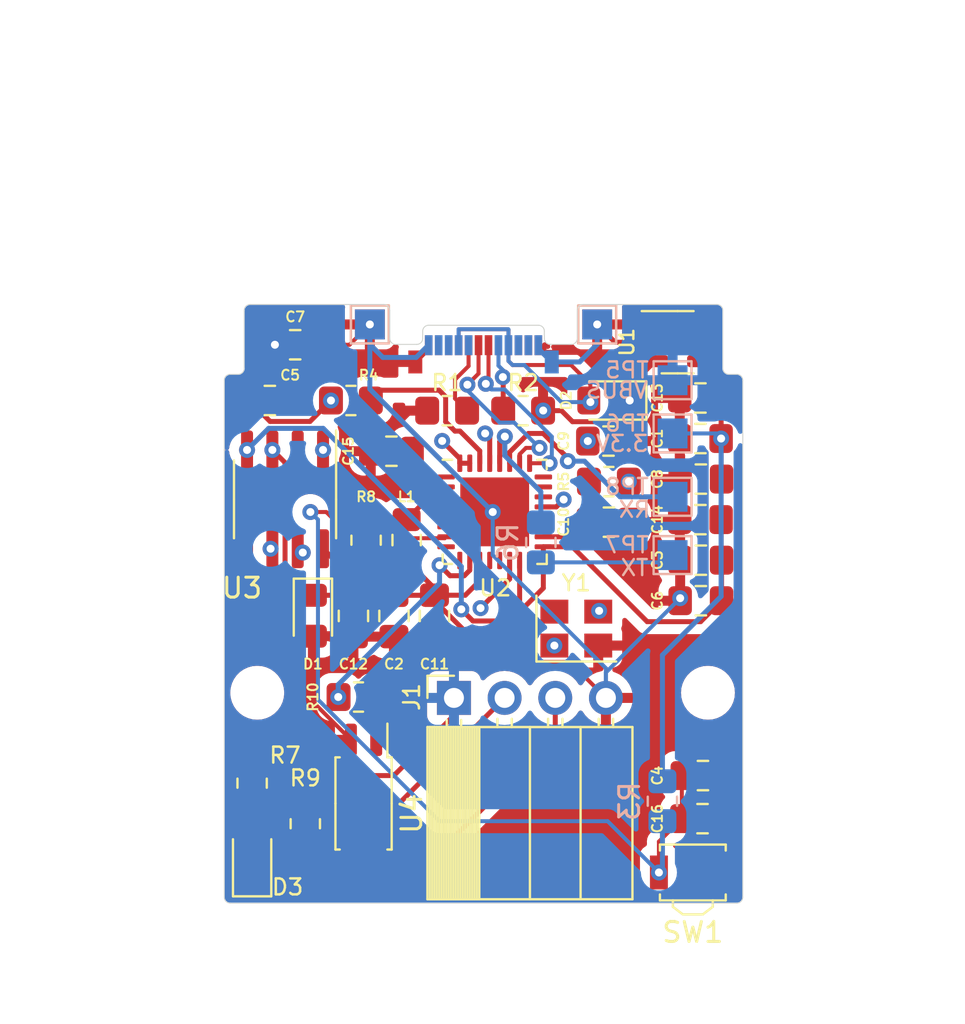
<source format=kicad_pcb>
(kicad_pcb (version 20221018) (generator pcbnew)
  (title_block (title "CAN-Expansioncard") (rev "X1") (company "Johannes Höllwerth") (comment 4 "https://github.com/Baumistlustig/Expansioncards/tree/master/CAN"))
  (layers (0 "F.Cu" signal) (1 "In1.Cu" signal) (2 "In2.Cu" signal) (31 "B.Cu" signal) (34 "B.Paste" user) (35 "F.Paste" user) (36 "B.SilkS" user "B.Silkscreen") (37 "F.SilkS" user "F.Silkscreen") (38 "B.Mask" user) (39 "F.Mask" user) (44 "Edge.Cuts" user))
  (net 0 "")
  (net 1 "GND")
  (net 2 "VBUS")
  (net 3 "Net-(P1-CC)")
  (net 4 "/D+")
  (net 5 "/D-")
  (net 6 "Net-(P1-VCONN)")
  (net 7 "/TERM")
  (net 8 "/RXD")
  (net 9 "/TXD")
  (net 10 "/CAN_TX")
  (net 11 "/CAN_RX")
  (net 12 "CAN_L")
  (net 13 "CAN_H")
  (net 14 "+3.3V")
  (net 15 "/EN")
  (net 16 "/VDD_SPI")
  (net 17 "Net-(U3-Rs)")
  (net 18 "Net-(C5-Pad1)")
  (net 20 "Net-(D2-A)")
  (net 21 "Net-(U2-XTAL_N)")
  (net 22 "Net-(C15-Pad2)")
  (net 23 "Net-(D3-A)")
  (net 24 "Net-(U2-XTAL_P)")
  (net 25 "Net-(U2-SPICS0{slash}GPIO14)")
  (net 26 "Net-(U2-U0TXD{slash}GPIO21)")
  (net 27 "Net-(R9-Pad2)")
  (net 28 "Net-(R10-Pad2)")
  (footprint "Expansion_Card:USB_C_Plug_Molex_105444" (layer "F.Cu") (at 75.23 88.374)
    (fp_text reference "P1" hide)
    (fp_text value "USB_C_Plug_USB2.0")
    (fp_line (start -3.35 0) (end -4.3 0) (stroke (width 0.05)) (layer "Edge.Cuts"))
    (fp_line (start -3.05 -0.66) (end -3.05 -0.3) (stroke (width 0.05)) (layer "Edge.Cuts"))
    (fp_line (start -2.75 -0.96) (end 2.75 -0.96) (stroke (width 0.05)) (layer "Edge.Cuts"))
    (fp_line (start 3.05 -0.66) (end 3.05 -0.3) (stroke (width 0.05)) (layer "Edge.Cuts"))
    (fp_line (start 3.35 0) (end 4.3 0) (stroke (width 0.05)) (layer "Edge.Cuts"))
    (fp_arc (start -3.05 -0.66) (mid -2.962132 -0.872132) (end -2.75 -0.96) (stroke (width 0.05)) (layer "Edge.Cuts"))
    (fp_arc (start -3.05 -0.3) (mid -3.137868 -0.087868) (end -3.35 0) (stroke (width 0.05)) (layer "Edge.Cuts"))
    (fp_arc (start 2.75 -0.96) (mid 2.962132 -0.872132) (end 3.05 -0.66) (stroke (width 0.05)) (layer "Edge.Cuts"))
    (fp_arc (start 3.35 0) (mid 3.137868 -0.087868) (end 3.05 -0.3) (stroke (width 0.05)) (layer "Edge.Cuts"))
  )
  (footprint "TestPoint:TestPoint_Pad_1.5x1.5mm" (layer "F.Cu") (at 69.53 87.374)
    (fp_text reference "TP1" hide)
    (fp_text value "TestPoint")
  )
  (footprint "TestPoint:TestPoint_Pad_1.5x1.5mm" (layer "F.Cu") (at 80.93 87.374)
    (fp_text reference "TP2" hide)
    (fp_text value "TestPoint")
  )
  (footprint "Resistor_SMD:R_0805_2012Metric_Pad1.20x1.40mm_HandSolder" (layer "F.Cu") (at 81.518 95.25)
    (fp_text reference "R5")
    (fp_text value "10k")
  )
  (footprint "Capacitor_SMD:C_0805_2012Metric_Pad1.18x1.45mm_HandSolder" (layer "F.Cu") (at 86.106 93.091 180)
    (fp_text reference "C1")
    (fp_text value "10uF")
  )
  (footprint "Capacitor_SMD:C_0805_2012Metric_Pad1.18x1.45mm_HandSolder" (layer "F.Cu") (at 70.739 101.981 -90)
    (fp_text reference "C2")
    (fp_text value "0.1uF")
  )
  (footprint "Capacitor_SMD:C_0805_2012Metric_Pad1.18x1.45mm_HandSolder" (layer "F.Cu") (at 86.1275 95.123 180)
    (fp_text reference "C8")
    (fp_text value "10uF")
  )
  (footprint "Package_DFN_QFN:QFN-32-1EP_5x5mm_P0.5mm_EP3.45x3.45mm" (layer "F.Cu") (at 75.791 96.767)
    (fp_text reference "U2")
    (fp_text value "ESP32-C3")
  )
  (footprint "Capacitor_SMD:C_0805_2012Metric_Pad1.18x1.45mm_HandSolder" (layer "F.Cu") (at 86.233 109.982)
    (fp_text reference "C4")
    (fp_text value "1uF")
  )
  (footprint "Resistor_SMD:R_0805_2012Metric_Pad1.20x1.40mm_HandSolder" (layer "F.Cu") (at 63.627 110.363 -90)
    (fp_text reference "R7")
    (fp_text value "5.1k")
  )
  (footprint "Resistor_SMD:R_0805_2012Metric_Pad1.20x1.40mm_HandSolder" (layer "F.Cu") (at 69.342 98.187 -90)
    (fp_text reference "R8")
    (fp_text value "10k")
  )
  (footprint "Resistor_SMD:R_0805_2012Metric_Pad1.20x1.40mm_HandSolder" (layer "F.Cu") (at 77.216 91.694)
    (fp_text reference "R2")
    (fp_text value "5.1k")
  )
  (footprint "Capacitor_SMD:C_0805_2012Metric_Pad1.18x1.45mm_HandSolder" (layer "F.Cu") (at 72.771 101.981 -90)
    (fp_text reference "C11")
    (fp_text value "0.1uF")
  )
  (footprint "LED_SMD:LED_0805_2012Metric_Pad1.15x1.40mm_HandSolder" (layer "F.Cu") (at 63.627 114.173 90)
    (fp_text reference "D3")
    (fp_text value "LED")
  )
  (footprint "Diode_SMD:D_0805_2012Metric_Pad1.15x1.40mm_HandSolder" (layer "F.Cu") (at 81.534 91.186 180)
    (fp_text reference "D2")
    (fp_text value "D_Schottky")
  )
  (footprint "Connector_PinSocket_2.54mm:PinSocket_1x04_P2.54mm_Horizontal" (layer "F.Cu") (at 73.747 106.09 90)
    (fp_text reference "J1")
    (fp_text value "Conn_01x04")
  )
  (footprint "Diode_SMD:D_0805_2012Metric_Pad1.15x1.40mm_HandSolder" (layer "F.Cu") (at 66.675 101.972 -90)
    (fp_text reference "D1")
    (fp_text value "ESD")
  )
  (footprint "Package_TO_SOT_SMD:SOT-23-5" (layer "F.Cu") (at 84.963 88.265)
    (fp_text reference "U1")
    (fp_text value "AP2112K-3.3")
  )
  (footprint "Package_SO:SOIC-8_3.9x4.9mm_P1.27mm" (layer "F.Cu") (at 65.278 96.139 -90)
    (fp_text reference "U3")
    (fp_text value "SN65HVD230")
  )
  (footprint "Capacitor_SMD:C_0805_2012Metric_Pad1.18x1.45mm_HandSolder" (layer "F.Cu") (at 86.106 97.155 180)
    (fp_text reference "C14")
    (fp_text value "0.1uF")
  )
  (footprint "MountingHole:MountingHole_2.2mm_M2" (layer "F.Cu") (at 86.484 105.832)
    (fp_text reference "H1" hide)
    (fp_text value "MountingHole")
  )
  (footprint "Package_SO:SOP-4_4.4x2.6mm_P1.27mm" (layer "F.Cu") (at 69.215 111.379 -90)
    (fp_text reference "U4")
    (fp_text value "FODM217D")
  )
  (footprint "Inductor_SMD:L_0805_2012Metric_Pad1.15x1.40mm_HandSolder" (layer "F.Cu") (at 71.374 98.18 90)
    (fp_text reference "L1")
    (fp_text value "2nH")
  )
  (footprint "Resistor_SMD:R_0805_2012Metric_Pad1.20x1.40mm_HandSolder" (layer "F.Cu") (at 68.58 91.186)
    (fp_text reference "R4")
    (fp_text value "0R")
  )
  (footprint "Capacitor_SMD:C_0805_2012Metric_Pad1.18x1.45mm_HandSolder" (layer "F.Cu") (at 86.2115 112.141 180)
    (fp_text reference "C16")
    (fp_text value "0.1uF")
  )
  (footprint "Capacitor_SMD:C_0805_2012Metric_Pad1.18x1.45mm_HandSolder" (layer "F.Cu") (at 81.518 97.282)
    (fp_text reference "C10")
    (fp_text value "1uF")
  )
  (footprint "Capacitor_SMD:C_0805_2012Metric_Pad1.18x1.45mm_HandSolder" (layer "F.Cu") (at 81.4965 93.218)
    (fp_text reference "C9")
    (fp_text value "TBD")
  )
  (footprint "Capacitor_SMD:C_0805_2012Metric_Pad1.18x1.45mm_HandSolder" (layer "F.Cu") (at 70.612 93.726)
    (fp_text reference "C15")
    (fp_text value "0.1uF")
  )
  (footprint "Capacitor_SMD:C_0805_2012Metric_Pad1.18x1.45mm_HandSolder" (layer "F.Cu") (at 86.106 91.059 180)
    (fp_text reference "C13")
    (fp_text value "10uF")
  )
  (footprint "Capacitor_SMD:C_0805_2012Metric_Pad1.18x1.45mm_HandSolder" (layer "F.Cu") (at 86.1275 101.219 180)
    (fp_text reference "C6")
    (fp_text value "10nF")
  )
  (footprint "Resistor_SMD:R_0805_2012Metric_Pad1.20x1.40mm_HandSolder" (layer "F.Cu") (at 68.961 106.045)
    (fp_text reference "R10")
    (fp_text value "20R")
  )
  (footprint "Button_Switch_SMD:SW_SPST_B3U-3000P" (layer "F.Cu") (at 85.725 114.839 180)
    (fp_text reference "SW1")
    (fp_text value "Reset")
  )
  (footprint "MountingHole:MountingHole_2.2mm_M2" (layer "F.Cu") (at 63.884 105.832)
    (fp_text reference "H2" hide)
    (fp_text value "MountingHole")
  )
  (footprint "Capacitor_SMD:C_0805_2012Metric_Pad1.18x1.45mm_HandSolder" (layer "F.Cu") (at 64.516 91.186)
    (fp_text reference "C5")
    (fp_text value "TBD")
  )
  (footprint "Capacitor_SMD:C_0805_2012Metric_Pad1.18x1.45mm_HandSolder" (layer "F.Cu") (at 68.707 101.981 -90)
    (fp_text reference "C12")
    (fp_text value "0.1uF")
  )
  (footprint "Capacitor_SMD:C_0805_2012Metric_Pad1.18x1.45mm_HandSolder" (layer "F.Cu") (at 65.786 88.392)
    (fp_text reference "C7")
    (fp_text value "10uF")
  )
  (footprint "Resistor_SMD:R_0805_2012Metric_Pad1.20x1.40mm_HandSolder" (layer "F.Cu") (at 73.406 91.694 180)
    (fp_text reference "R1")
    (fp_text value "5.1k")
  )
  (footprint "Crystal:Crystal_SMD_TXC_7M-4Pin_3.2x2.5mm" (layer "F.Cu") (at 79.883 102.616)
    (fp_text reference "Y1")
    (fp_text value "40MHz")
  )
  (footprint "Resistor_SMD:R_0805_2012Metric_Pad1.20x1.40mm_HandSolder" (layer "F.Cu") (at 66.294 112.395 -90)
    (fp_text reference "R9")
    (fp_text value "120R")
  )
  (footprint "Capacitor_SMD:C_0805_2012Metric_Pad1.18x1.45mm_HandSolder" (layer "F.Cu") (at 86.1275 99.187 180)
    (fp_text reference "C3")
    (fp_text value "1uF")
  )
  (footprint "TestPoint:TestPoint_Pad_1.5x1.5mm" (layer "B.Cu") (at 69.53 87.374)
    (fp_text reference "TP3" hide)
    (fp_text value "TestPoint")
  )
  (footprint "TestPoint:TestPoint_Pad_1.5x1.5mm" (layer "B.Cu") (at 80.93 87.374)
    (fp_text reference "TP4" hide)
    (fp_text value "TestPoint")
  )
  (footprint "TestPoint:TestPoint_Pad_1.5x1.5mm" (layer "B.Cu") (at 84.709 96.012 180)
    (fp_text reference "TP8")
    (fp_text value "RX")
  )
  (footprint "TestPoint:TestPoint_Pad_1.5x1.5mm" (layer "B.Cu") (at 84.709 90.17 180)
    (fp_text reference "TP5")
    (fp_text value "VBUS")
  )
  (footprint "TestPoint:TestPoint_Pad_1.5x1.5mm" (layer "B.Cu") (at 84.709 98.933 180)
    (fp_text reference "TP7")
    (fp_text value "TX")
  )
  (footprint "TestPoint:TestPoint_Pad_1.5x1.5mm" (layer "B.Cu") (at 84.709 92.837 180)
    (fp_text reference "TP6")
    (fp_text value "3.3V")
  )
  (footprint "Resistor_SMD:R_0805_2012Metric_Pad1.20x1.40mm_HandSolder" (layer "B.Cu") (at 84.201 111.268 -90)
    (fp_text reference "R3")
    (fp_text value "10k")
  )
  (footprint "Resistor_SMD:R_0805_2012Metric_Pad1.20x1.40mm_HandSolder" (layer "B.Cu") (at 78.105 98.298 -90)
    (fp_text reference "R6")
    (fp_text value "499R")
  )
  (gr_line locked (start 88.23 90.174) (end 88.23 116.074) (stroke (width 0.05)) (layer "Edge.Cuts"))
  (gr_line locked (start 62.53 116.374) (end 87.93 116.374) (stroke (width 0.05)) (layer "Edge.Cuts"))
  (gr_arc locked (start 79.93 88.074) (mid 79.842132 88.286132) (end 79.63 88.374) (stroke (width 0.05)) (layer "Edge.Cuts"))
  (gr_arc locked (start 70.23 86.374) (mid 70.442132 86.461868) (end 70.53 86.674) (stroke (width 0.05)) (layer "Edge.Cuts"))
  (gr_line locked (start 79.93 88.074) (end 79.93 86.674) (stroke (width 0.05)) (layer "Edge.Cuts"))
  (gr_arc locked (start 79.93 86.674) (mid 80.017868 86.461868) (end 80.23 86.374) (stroke (width 0.05)) (layer "Edge.Cuts"))
  (gr_line locked (start 70.23 86.374) (end 63.53 86.374) (stroke (width 0.05)) (layer "Edge.Cuts"))
  (gr_line locked (start 80.23 86.374) (end 86.93 86.374) (stroke (width 0.05)) (layer "Edge.Cuts"))
  (gr_arc locked (start 62.53 116.374) (mid 62.317868 116.286132) (end 62.23 116.074) (stroke (width 0.05)) (layer "Edge.Cuts"))
  (gr_line locked (start 79.53 88.374) (end 79.63 88.374) (stroke (width 0.05)) (layer "Edge.Cuts"))
  (gr_arc locked (start 63.23 86.674) (mid 63.317868 86.461868) (end 63.53 86.374) (stroke (width 0.05)) (layer "Edge.Cuts"))
  (gr_line locked (start 63.23 89.574) (end 63.23 86.674) (stroke (width 0.05)) (layer "Edge.Cuts"))
  (gr_arc locked (start 63.23 89.574) (mid 63.142132 89.786132) (end 62.93 89.874) (stroke (width 0.05)) (layer "Edge.Cuts"))
  (gr_arc locked (start 62.23 90.174) (mid 62.317868 89.961868) (end 62.53 89.874) (stroke (width 0.05)) (layer "Edge.Cuts"))
  (gr_line locked (start 62.53 89.874) (end 62.93 89.874) (stroke (width 0.05)) (layer "Edge.Cuts"))
  (gr_line locked (start 87.23 89.574) (end 87.23 86.674) (stroke (width 0.05)) (layer "Edge.Cuts"))
  (gr_arc locked (start 87.93 89.874) (mid 88.142132 89.961868) (end 88.23 90.174) (stroke (width 0.05)) (layer "Edge.Cuts"))
  (gr_arc locked (start 87.53 89.874) (mid 87.317868 89.786132) (end 87.23 89.574) (stroke (width 0.05)) (layer "Edge.Cuts"))
  (gr_line locked (start 87.53 89.874) (end 87.93 89.874) (stroke (width 0.05)) (layer "Edge.Cuts"))
  (gr_arc locked (start 88.23 116.074) (mid 88.142132 116.286132) (end 87.93 116.374) (stroke (width 0.05)) (layer "Edge.Cuts"))
  (gr_arc locked (start 86.93 86.374) (mid 87.142132 86.461868) (end 87.23 86.674) (stroke (width 0.05)) (layer "Edge.Cuts"))
  (gr_line locked (start 70.83 88.374) (end 70.93 88.374) (stroke (width 0.05)) (layer "Edge.Cuts"))
  (gr_line locked (start 70.53 88.074) (end 70.53 86.674) (stroke (width 0.05)) (layer "Edge.Cuts"))
  (gr_line locked (start 62.23 90.174) (end 62.23 116.074) (stroke (width 0.05)) (layer "Edge.Cuts"))
  (gr_arc locked (start 70.83 88.374) (mid 70.617868 88.286132) (end 70.53 88.074) (stroke (width 0.05)) (layer "Edge.Cuts"))
  (segment (start 75.699 96.767) (end 75.692 96.774) (width 0.25) (layer "F.Cu") (net 1))
  (segment (start 85.0685 95.1445) (end 85.09 95.123) (width 0.2) (layer "F.Cu") (net 1))
  (segment (start 85.0685 97.155) (end 85.0685 95.1445) (width 0.2) (layer "F.Cu") (net 1))
  (segment (start 81.821 88.265) (end 80.93 87.374) (width 0.25) (layer "F.Cu") (net 1))
  (segment (start 69.5745 93.726) (end 69.5745 96.9545) (width 0.25) (layer "F.Cu") (net 1))
  (segment (start 66.6965 103.0185) (end 66.675 102.997) (width 0.2) (layer "F.Cu") (net 1))
  (segment (start 72.465 88.599) (end 72.465 88.414) (width 0.25) (layer "F.Cu") (net 1))
  (segment (start 65.913 94.638999) (end 68.461001 97.187) (width 0.25) (layer "F.Cu") (net 1))
  (segment (start 68.735 90.3035) (end 66.8235 88.392) (width 0.25) (layer "F.Cu") (net 1))
  (segment (start 87.249 114.663) (end 87.425 114.839) (width 0.2) (layer "F.Cu") (net 1))
  (segment (start 71.81 89.254) (end 72.465 88.599) (width 0.25) (layer "F.Cu") (net 1))
  (segment (start 62.707 108.811392) (end 63.326892 108.1915) (width 0.2) (layer "F.Cu") (net 1))
  (segment (start 69.53 88.374) (end 69.53 87.374) (width 0.25) (layer "F.Cu") (net 1))
  (segment (start 69.5745 96.9545) (end 69.342 97.187) (width 0.25) (layer "F.Cu") (net 1))
  (segment (start 68.707 103.0185) (end 66.6965 103.0185) (width 0.2) (layer "F.Cu") (net 1))
  (segment (start 63.326892 108.1915) (end 68.58 108.1915) (width 0.2) (layer "F.Cu") (net 1))
  (segment (start 83.3785 106.09) (end 81.367 106.09) (width 0.2) (layer "F.Cu") (net 1))
  (segment (start 87.249 110.0035) (end 87.2705 109.982) (width 0.2) (layer "F.Cu") (net 1))
  (segment (start 72.771 103.0185) (end 74.0385 104.286) (width 0.2) (layer "F.Cu") (net 1))
  (segment (start 83.8255 88.265) (end 81.821 88.265) (width 0.25) (layer "F.Cu") (net 1))
  (segment (start 82.534 93.218) (end 81.564 92.248) (width 0.25) (layer "F.Cu") (net 1))
  (segment (start 85.09 95.123) (end 85.09 93.1125) (width 0.2) (layer "F.Cu") (net 1))
  (segment (start 78.354 88.773) (end 77.995 88.414) (width 0.25) (layer "F.Cu") (net 1))
  (segment (start 79.138694 91.694) (end 78.216 91.694) (width 0.25) (layer "F.Cu") (net 1))
  (segment (start 71.6065 91.694) (end 69.5745 93.726) (width 0.25) (layer "F.Cu") (net 1))
  (segment (start 72.406 91.694) (end 71.6065 91.694) (width 0.25) (layer "F.Cu") (net 1))
  (segment (start 66.8235 88.392) (end 68.512 88.392) (width 0.2) (layer "F.Cu") (net 1))
  (segment (start 79.563 104.286) (end 81.367 106.09) (width 0.2) (layer "F.Cu") (net 1))
  (segment (start 80.93 87.374) (end 80.93 88.374) (width 0.25) (layer "F.Cu") (net 1))
  (segment (start 87.249 112.141) (end 87.249 114.663) (width 0.2) (layer "F.Cu") (net 1))
  (segment (start 85.0685 97.155) (end 82.6825 97.155) (width 0.25) (layer "F.Cu") (net 1))
  (segment (start 82.6825 97.155) (end 82.5555 97.282) (width 0.25) (layer "F.Cu") (net 1))
  (segment (start 70.41 89.254) (end 69.53 88.374) (width 0.25) (layer "F.Cu") (net 1))
  (segment (start 63.627 115.198) (end 62.707 114.278) (width 0.2) (layer "F.Cu") (net 1))
  (segment (start 68.58 108.1915) (end 66.675 106.2865) (width 0.2) (layer "F.Cu") (net 1))
  (segment (start 85.0685 93.091) (end 85.0685 91.059) (width 0.2) (layer "F.Cu") (net 1))
  (segment (start 65.5535 91.186) (end 65.5535 89.662) (width 0.25) (layer "F.Cu") (net 1))
  (segment (start 80.93 88.374) (end 80.531 88.773) (width 0.25) (layer "F.Cu") (net 1))
  (segment (start 71.81 89.254) (end 70.41 89.254) (width 0.25) (layer "F.Cu") (net 1))
  (segment (start 68.461001 97.187) (end 69.342 97.187) (width 0.25) (layer "F.Cu") (net 1))
  (segment (start 65.5535 89.662) (end 66.8235 88.392) (width 0.25) (layer "F.Cu") (net 1))
  (segment (start 79.692694 92.248) (end 79.138694 91.694) (width 0.25) (layer "F.Cu") (net 1))
  (segment (start 70.739 103.0185) (end 68.707 103.0185) (width 0.2) (layer "F.Cu") (net 1))
  (segment (start 69.5745 93.726) (end 68.735 92.8865) (width 0.25) (layer "F.Cu") (net 1))
  (segment (start 68.512 88.392) (end 69.53 87.374) (width 0.2) (layer "F.Cu") (net 1))
  (segment (start 85.09 101.219) (end 85.09 101.092) (width 0.2) (layer "F.Cu") (net 1))
  (segment (start 74.0385 104.286) (end 79.563 104.286) (width 0.2) (layer "F.Cu") (net 1))
  (segment (start 72.771 103.0185) (end 70.739 103.0185) (width 0.2) (layer "F.Cu") (net 1))
  (segment (start 62.707 114.278) (end 62.707 108.811392) (width 0.2) (layer "F.Cu") (net 1))
  (segment (start 85.09 101.092) (end 85.09 99.187) (width 0.2) (layer "F.Cu") (net 1))
  (segment (start 87.2705 109.982) (end 83.3785 106.09) (width 0.2) (layer "F.Cu") (net 1))
  (segment (start 85.09 97.1765) (end 85.0685 97.155) (width 0.2) (layer "F.Cu") (net 1))
  (segment (start 65.913 93.664) (end 65.913 94.638999) (width 0.25) (layer "F.Cu") (net 1))
  (segment (start 80.531 88.773) (end 78.354 88.773) (width 0.25) (layer "F.Cu") (net 1))
  (segment (start 75.791 96.767) (end 75.699 96.767) (width 0.25) (layer "F.Cu") (net 1))
  (segment (start 81.564 92.248) (end 79.692694 92.248) (width 0.25) (layer "F.Cu") (net 1))
  (segment (start 85.09 93.1125) (end 85.0685 93.091) (width 0.2) (layer "F.Cu") (net 1))
  (segment (start 87.249 112.141) (end 87.249 110.0035) (width 0.2) (layer "F.Cu") (net 1))
  (segment (start 68.735 92.8865) (end 68.735 90.3035) (width 0.25) (layer "F.Cu") (net 1))
  (segment (start 85.09 99.187) (end 85.09 97.1765) (width 0.2) (layer "F.Cu") (net 1))
  (segment (start 66.675 106.2865) (end 66.675 102.997) (width 0.2) (layer "F.Cu") (net 1))
  (via (at 80.93 87.374) (size 0.8) (drill 0.4) (layers "F.Cu" "B.Cu") (net 1))
  (via (at 85.09 101.092) (size 0.8) (drill 0.4) (layers "F.Cu" "B.Cu") (net 1))
  (via (at 75.692 96.774) (size 0.8) (drill 0.4) (layers "F.Cu" "B.Cu") (net 1))
  (via (at 78.221805 91.688195) (size 0.8) (drill 0.4) (layers "F.Cu" "B.Cu") (net 1))
  (via (at 69.53 87.374) (size 0.8) (drill 0.4) (layers "F.Cu" "B.Cu") (net 1))
  (segment (start 77.47 100.711) (end 76.887518 100.128518) (width 0.2) (layer "B.Cu") (net 1))
  (segment (start 81.367 104.602845) (end 77.475155 100.711) (width 0.2) (layer "B.Cu") (net 1))
  (segment (start 69.53 90.612) (end 69.53 87.374) (width 0.25) (layer "B.Cu") (net 1))
  (segment (start 81.367 106.09) (end 81.367 104.602845) (width 0.2) (layer "B.Cu") (net 1))
  (segment (start 69.53 87.374) (end 69.53 88.374) (width 0.25) (layer "B.Cu") (net 1))
  (segment (start 80.05 89.254) (end 80.93 88.374) (width 0.25) (layer "B.Cu") (net 1))
  (segment (start 76.887518 100.123363) (end 76.524331 99.760176) (width 0.2) (layer "B.Cu") (net 1))
  (segment (start 69.53 88.374) (end 70.183 89.027) (width 0.25) (layer "B.Cu") (net 1))
  (segment (start 75.692 96.774) (end 69.53 90.612) (width 0.25) (layer "B.Cu") (net 1))
  (segment (start 76.524331 99.760176) (end 76.519176 99.760176) (width 0.2) (layer "B.Cu") (net 1))
  (segment (start 76.887518 100.128518) (end 76.887518 100.123363) (width 0.2) (layer "B.Cu") (net 1))
  (segment (start 70.183 89.027) (end 71.852 89.027) (width 0.25) (layer "B.Cu") (net 1))
  (segment (start 81.367 104.815) (end 81.367 106.09) (width 0.2) (layer "B.Cu") (net 1))
  (segment (start 85.09 101.092) (end 81.367 104.815) (width 0.2) (layer "B.Cu") (net 1))
  (segment (start 78.65 89.254) (end 77.995 88.599) (width 0.25) (layer "B.Cu") (net 1))
  (segment (start 71.852 89.027) (end 72.465 88.414) (width 0.25) (layer "B.Cu") (net 1))
  (segment (start 80.93 88.374) (end 80.93 87.374) (width 0.25) (layer "B.Cu") (net 1))
  (segment (start 75.692 98.933) (end 75.692 96.774) (width 0.2) (layer "B.Cu") (net 1))
  (segment (start 77.995 88.599) (end 77.995 88.414) (width 0.25) (layer "B.Cu") (net 1))
  (segment (start 76.519176 99.760176) (end 75.692 98.933) (width 0.2) (layer "B.Cu") (net 1))
  (segment (start 78.65 89.254) (end 80.05 89.254) (width 0.25) (layer "B.Cu") (net 1))
  (segment (start 77.475155 100.711) (end 77.47 100.711) (width 0.2) (layer "B.Cu") (net 1))
  (segment (start 84.836 87.884) (end 84.267 87.315) (width 0.25) (layer "F.Cu") (net 2))
  (segment (start 70.733299 109.982) (end 73.747 106.968299) (width 0.25) (layer "F.Cu") (net 2))
  (segment (start 83.8255 89.215) (end 84.487999 89.215) (width 0.25) (layer "F.Cu") (net 2))
  (segment (start 64.246 109.982) (end 70.733299 109.982) (width 0.25) (layer "F.Cu") (net 2))
  (segment (start 84.267 87.315) (end 83.8255 87.315) (width 0.25) (layer "F.Cu") (net 2))
  (segment (start 84.487999 89.215) (end 84.836 88.866999) (width 0.25) (layer "F.Cu") (net 2))
  (segment (start 82.559 91.186) (end 82.559 90.4815) (width 0.25) (layer "F.Cu") (net 2))
  (segment (start 63.627 109.363) (end 64.246 109.982) (width 0.25) (layer "F.Cu") (net 2))
  (segment (start 84.836 88.866999) (end 84.836 87.884) (width 0.25) (layer "F.Cu") (net 2))
  (segment (start 73.747 106.968299) (end 73.747 106.09) (width 0.25) (layer "F.Cu") (net 2))
  (segment (start 82.559 90.4815) (end 83.8255 89.215) (width 0.25) (layer "F.Cu") (net 2))
  (segment (start 64.7485 88.392) (end 64.77 88.392) (width 0.25) (layer "F.Cu") (net 2))
  (via (at 82.559 91.186) (size 0.8) (drill 0.4) (layers "F.Cu" "B.Cu") (net 2))
  (via (at 64.77 88.392) (size 0.8) (drill 0.4) (layers "F.Cu" "B.Cu") (net 2))
  (segment (start 83.575 90.17) (end 84.709 90.17) (width 0.25) (layer "B.Cu") (net 2))
  (segment (start 82.559 91.186) (end 83.575 90.17) (width 0.25) (layer "B.Cu") (net 2))
  (segment (start 74.48 88.414) (end 74.48 89.459187) (width 0.2) (layer "F.Cu") (net 3))
  (segment (start 73.802 91.09) (end 74.406 91.694) (width 0.2) (layer "F.Cu") (net 3))
  (segment (start 74.48 89.459187) (end 73.802 90.137187) (width 0.2) (layer "F.Cu") (net 3))
  (segment (start 73.802 90.137187) (end 73.802 91.09) (width 0.2) (layer "F.Cu") (net 3))
  (segment (start 77.357156 93.561458) (end 77.041 93.877614) (width 0.2) (layer "F.Cu") (net 4))
  (segment (start 74.422 90.394) (end 74.98 89.836) (width 0.2) (layer "F.Cu") (net 4))
  (segment (start 77.041 93.877614) (end 77.041 94.3295) (width 0.2) (layer "F.Cu") (net 4))
  (segment (start 78.034965 93.561458) (end 77.357156 93.561458) (width 0.2) (layer "F.Cu") (net 4))
  (segment (start 74.98 89.836) (end 74.98 88.414) (width 0.2) (layer "F.Cu") (net 4))
  (via (at 78.034965 93.561458) (size 0.8) (drill 0.4) (layers "F.Cu" "B.Cu") (net 4))
  (via (at 74.422 90.394) (size 0.8) (drill 0.4) (layers "F.Cu" "B.Cu") (net 4))
  (segment (start 76.037117 92.293117) (end 74.422 90.678) (width 0.2) (layer "B.Cu") (net 4))
  (segment (start 78.034965 93.561458) (end 76.766624 92.293117) (width 0.2) (layer "B.Cu") (net 4))
  (segment (start 76.766624 92.293117) (end 76.037117 92.293117) (width 0.2) (layer "B.Cu") (net 4))
  (segment (start 74.422 90.678) (end 74.422 90.394) (width 0.2) (layer "B.Cu") (net 4))
  (segment (start 75.344541 90.350603) (end 75.48 90.215144) (width 0.2) (layer "F.Cu") (net 5))
  (segment (start 78.544695 94.327343) (end 78.542538 94.3295) (width 0.2) (layer "F.Cu") (net 5))
  (segment (start 75.48 90.215144) (end 75.48 88.414) (width 0.2) (layer "F.Cu") (net 5))
  (segment (start 78.542538 94.3295) (end 77.541 94.3295) (width 0.2) (layer "F.Cu") (net 5))
  (via (at 75.344541 90.350603) (size 0.8) (drill 0.4) (layers "F.Cu" "B.Cu") (net 5))
  (via (at 78.544695 94.327343) (size 0.8) (drill 0.4) (layers "F.Cu" "B.Cu") (net 5))
  (segment (start 75.626022 90.632084) (end 75.344541 90.350603) (width 0.2) (layer "B.Cu") (net 5))
  (segment (start 78.544695 94.327343) (end 78.654965 94.217073) (width 0.2) (layer "B.Cu") (net 5))
  (segment (start 78.654965 92.998169) (end 76.28888 90.632084) (width 0.2) (layer "B.Cu") (net 5))
  (segment (start 76.28888 90.632084) (end 75.626022 90.632084) (width 0.2) (layer "B.Cu") (net 5))
  (segment (start 78.654965 94.217073) (end 78.654965 92.998169) (width 0.2) (layer "B.Cu") (net 5))
  (segment (start 76.216 90.028084) (end 76.2 90.012084) (width 0.25) (layer "F.Cu") (net 6))
  (segment (start 76.216 91.694) (end 76.216 90.028084) (width 0.25) (layer "F.Cu") (net 6))
  (via (at 76.2 90.012084) (size 0.8) (drill 0.4) (layers "F.Cu" "B.Cu") (net 6))
  (segment (start 76.2 90.012084) (end 76.2 89.662) (width 0.2) (layer "B.Cu") (net 6))
  (segment (start 76.2 89.662) (end 75.98 89.442) (width 0.2) (layer "B.Cu") (net 6))
  (segment (start 75.98 89.442) (end 75.98 88.414) (width 0.2) (layer "B.Cu") (net 6))
  (segment (start 74.26574 99.967) (end 73.551 99.967) (width 0.25) (layer "F.Cu") (net 7))
  (segment (start 73.551 99.967) (end 73.025 99.441) (width 0.25) (layer "F.Cu") (net 7))
  (segment (start 74.541 99.69174) (end 74.26574 99.967) (width 0.25) (layer "F.Cu") (net 7))
  (segment (start 74.541 99.2045) (end 74.541 99.69174) (width 0.25) (layer "F.Cu") (net 7))
  (via (at 67.945 106.045) (size 0.8) (drill 0.4) (layers "F.Cu" "B.Cu") (net 7))
  (via (at 73.025 99.441) (size 0.8) (drill 0.4) (layers "F.Cu" "B.Cu") (net 7))
  (segment (start 67.945 105.426) (end 73.025 100.346) (width 0.25) (layer "B.Cu") (net 7))
  (segment (start 73.025 100.346) (end 73.025 99.441) (width 0.25) (layer "B.Cu") (net 7))
  (segment (start 67.945 106.045) (end 67.945 105.426) (width 0.25) (layer "B.Cu") (net 7))
  (segment (start 79.458938 94.224564) (end 79.458938 94.073263) (width 0.25) (layer "F.Cu") (net 8))
  (segment (start 76.541 93.776574) (end 76.541 94.3295) (width 0.25) (layer "F.Cu") (net 8))
  (segment (start 79.458938 94.073263) (end 78.222675 92.837) (width 0.25) (layer "F.Cu") (net 8))
  (segment (start 78.222675 92.837) (end 77.480574 92.837) (width 0.25) (layer "F.Cu") (net 8))
  (segment (start 77.480574 92.837) (end 76.541 93.776574) (width 0.25) (layer "F.Cu") (net 8))
  (via (at 79.458938 94.224564) (size 0.8) (drill 0.4) (layers "F.Cu" "B.Cu") (net 8))
  (segment (start 82.076738 96.012) (end 84.709 96.012) (width 0.25) (layer "B.Cu") (net 8))
  (segment (start 80.289302 94.224564) (end 82.076738 96.012) (width 0.25) (layer "B.Cu") (net 8))
  (segment (start 79.458938 94.224564) (end 80.289302 94.224564) (width 0.25) (layer "B.Cu") (net 8))
  (segment (start 84.709 98.933) (end 84.344 99.298) (width 0.2) (layer "B.Cu") (net 9))
  (segment (start 84.344 99.298) (end 78.105 99.298) (width 0.2) (layer "B.Cu") (net 9))
  (segment (start 75.080169 101.59) (end 76.541 100.129169) (width 0.25) (layer "F.Cu") (net 10))
  (segment (start 76.541 100.129169) (end 76.541 99.2045) (width 0.25) (layer "F.Cu") (net 10))
  (via (at 67.183 93.664) (size 0.8) (drill 0.4) (layers "F.Cu" "B.Cu") (net 10))
  (via (at 75.080169 101.59) (size 0.8) (drill 0.4) (layers "F.Cu" "B.Cu") (net 10))
  (segment (start 74.699168 102.235) (end 76.05774 102.235) (width 0.25) (layer "F.Cu") (net 11))
  (segment (start 74.116084 101.651916) (end 74.699168 102.235) (width 0.25) (layer "F.Cu") (net 11))
  (segment (start 77.041 101.25174) (end 77.041 99.2045) (width 0.25) (layer "F.Cu") (net 11))
  (segment (start 76.05774 102.235) (end 77.041 101.25174) (width 0.25) (layer "F.Cu") (net 11))
  (via (at 74.116084 101.651916) (size 0.8) (drill 0.4) (layers "F.Cu" "B.Cu") (net 11))
  (via (at 63.373 93.664) (size 0.8) (drill 0.4) (layers "F.Cu" "B.Cu") (net 11))
  (segment (start 74.116084 99.506779) (end 67.192305 92.583) (width 0.25) (layer "B.Cu") (net 11))
  (segment (start 64.454 92.583) (end 63.373 93.664) (width 0.25) (layer "B.Cu") (net 11))
  (segment (start 67.192305 92.583) (end 64.454 92.583) (width 0.25) (layer "B.Cu") (net 11))
  (segment (start 74.116084 101.651916) (end 74.116084 99.506779) (width 0.25) (layer "B.Cu") (net 11))
  (segment (start 69.225 115.429908) (end 69.746092 115.951) (width 0.25) (layer "F.Cu") (net 12))
  (segment (start 66.294 111.395) (end 66.994 111.395) (width 0.25) (layer "F.Cu") (net 12))
  (segment (start 78.827 107.99) (end 78.827 106.09) (width 0.25) (layer "F.Cu") (net 12))
  (segment (start 69.746092 115.951) (end 70.866 115.951) (width 0.25) (layer "F.Cu") (net 12))
  (segment (start 69.225 113.626) (end 69.225 115.429908) (width 0.25) (layer "F.Cu") (net 12))
  (segment (start 70.866 115.951) (end 78.827 107.99) (width 0.25) (layer "F.Cu") (net 12))
  (segment (start 66.994 111.395) (end 69.225 113.626) (width 0.25) (layer "F.Cu") (net 12))
  (via (at 64.553 98.614) (size 0.8) (drill 0.4) (layers "F.Cu" "B.Cu") (net 12))
  (segment (start 69.85 112.527) (end 76.287 106.09) (width 0.25) (layer "F.Cu") (net 13))
  (segment (start 65.913 98.614) (end 65.975 98.614) (width 0.25) (layer "F.Cu") (net 13))
  (segment (start 65.975 98.614) (end 66.167 98.806) (width 0.25) (layer "F.Cu") (net 13))
  (segment (start 69.85 114.5665) (end 69.85 112.527) (width 0.25) (layer "F.Cu") (net 13))
  (via (at 66.167 98.806) (size 0.8) (drill 0.4) (layers "F.Cu" "B.Cu") (net 13))
  (segment (start 74.041 94.3295) (end 74.041 94.097694) (width 0.25) (layer "F.Cu") (net 14))
  (segment (start 87.1435 97.155) (end 87.1435 95.1445) (width 0.2) (layer "F.Cu") (net 14))
  (segment (start 66.675 100.947) (end 65.975 100.947) (width 0.25) (layer "F.Cu") (net 14))
  (segment (start 74.295 102.743) (end 72.771 101.219) (width 0.25) (layer "F.Cu") (net 14))
  (segment (start 72.771 100.602) (end 71.374 99.205) (width 0.25) (layer "F.Cu") (net 14))
  (segment (start 75.041 100.219) (end 75.041 99.2045) (width 0.25) (layer "F.Cu") (net 14))
  (segment (start 86.1005 87.315) (end 87.088 88.3025) (width 0.25) (layer "F.Cu") (net 14))
  (segment (start 87.165 101.219) (end 87.165 99.187) (width 0.25) (layer "F.Cu") (net 14))
  (segment (start 65.278 94.299) (end 64.643 93.664) (width 0.25) (layer "F.Cu") (net 14))
  (segment (start 87.165 95.123) (end 87.165 93.1125) (width 0.2) (layer "F.Cu") (net 14))
  (segment (start 87.1435 95.1445) (end 87.165 95.123) (width 0.2) (layer "F.Cu") (net 14))
  (segment (start 83.436 102.269) (end 86.115 102.269) (width 0.25) (layer "F.Cu") (net 14))
  (segment (start 74.041 94.097694) (end 73.156653 93.213347) (width 0.25) (layer "F.Cu") (net 14))
  (segment (start 87.088 91.0035) (end 87.1435 91.059) (width 0.25) (layer "F.Cu") (net 14))
  (segment (start 76.073 102.743) (end 74.295 102.743) (width 0.25) (layer "F.Cu") (net 14))
  (segment (start 65.975 100.947) (end 65.278 100.25) (width 0.25) (layer "F.Cu") (net 14))
  (segment (start 86.115 102.269) (end 87.165 101.219) (width 0.25) (layer "F.Cu") (net 14))
  (segment (start 74.3165 100.9435) (end 75.041 100.219) (width 0.25) (layer "F.Cu") (net 14))
  (segment (start 72.771 100.9435) (end 74.3165 100.9435) (width 0.25) (layer "F.Cu") (net 14))
  (segment (start 78.2285 100.5875) (end 76.073 102.743) (width 0.25) (layer "F.Cu") (net 14))
  (segment (start 72.771 101.219) (end 72.771 100.9435) (width 0.25) (layer "F.Cu") (net 14))
  (segment (start 87.165 93.1125) (end 87.1435 93.091) (width 0.2) (layer "F.Cu") (net 14))
  (segment (start 78.2285 98.517) (end 79.684 98.517) (width 0.25) (layer "F.Cu") (net 14))
  (segment (start 66.675 100.947) (end 72.7675 100.947) (width 0.25) (layer "F.Cu") (net 14))
  (segment (start 87.165 99.187) (end 87.165 97.1765) (width 0.2) (layer "F.Cu") (net 14))
  (segment (start 87.165 97.1765) (end 87.1435 97.155) (width 0.2) (layer "F.Cu") (net 14))
  (segment (start 72.7675 100.947) (end 72.771 100.9435) (width 0.25) (layer "F.Cu") (net 14))
  (segment (start 78.2285 98.517) (end 78.2285 100.5875) (width 0.25) (layer "F.Cu") (net 14))
  (segment (start 87.1435 91.059) (end 87.1435 93.091) (width 0.25) (layer "F.Cu") (net 14))
  (segment (start 79.684 98.517) (end 83.436 102.269) (width 0.25) (layer "F.Cu") (net 14))
  (segment (start 74.541 94.3295) (end 74.041 94.3295) (width 0.25) (layer "F.Cu") (net 14))
  (segment (start 65.278 100.25) (end 65.278 94.299) (width 0.25) (layer "F.Cu") (net 14))
  (segment (start 87.088 88.3025) (end 87.088 91.0035) (width 0.25) (layer "F.Cu") (net 14))
  (segment (start 72.771 100.9435) (end 72.771 100.602) (width 0.25) (layer "F.Cu") (net 14))
  (via (at 64.643 93.664) (size 0.8) (drill 0.4) (layers "F.Cu" "B.Cu") (net 14))
  (via (at 87.1435 93.091) (size 0.8) (drill 0.4) (layers "F.Cu" "B.Cu") (net 14))
  (via (at 73.156653 93.213347) (size 0.8) (drill 0.4) (layers "F.Cu" "B.Cu") (net 14))
  (segment (start 84.709 92.837) (end 86.8895 92.837) (width 0.2) (layer "B.Cu") (net 14))
  (segment (start 87.1435 101.001799) (end 87.1435 93.091) (width 0.25) (layer "B.Cu") (net 14))
  (segment (start 84.201 103.944299) (end 87.1435 101.001799) (width 0.25) (layer "B.Cu") (net 14))
  (segment (start 86.8895 92.837) (end 87.1435 93.091) (width 0.2) (layer "B.Cu") (net 14))
  (segment (start 84.201 110.268) (end 84.201 103.944299) (width 0.25) (layer "B.Cu") (net 14))
  (segment (start 84.025 113.29) (end 85.174 112.141) (width 0.2) (layer "F.Cu") (net 15))
  (segment (start 67.344256 96.774) (end 66.548 96.774) (width 0.2) (layer "F.Cu") (net 15))
  (segment (start 84.025 114.839) (end 84.025 113.29) (width 0.2) (layer "F.Cu") (net 15))
  (segment (start 73.3535 98.017) (end 73.2835 98.087) (width 0.2) (layer "F.Cu") (net 15))
  (segment (start 73.2835 98.087) (end 68.657256 98.087) (width 0.2) (layer "F.Cu") (net 15))
  (segment (start 85.174 110.0035) (end 85.1955 109.982) (width 0.2) (layer "F.Cu") (net 15))
  (segment (start 68.657256 98.087) (end 67.344256 96.774) (width 0.2) (layer "F.Cu") (net 15))
  (segment (start 85.174 112.141) (end 85.174 110.0035) (width 0.2) (layer "F.Cu") (net 15))
  (via (at 84.025 114.839) (size 0.8) (drill 0.4) (layers "F.Cu" "B.Cu") (net 15))
  (via (at 66.548 96.774) (size 0.8) (drill 0.4) (layers "F.Cu" "B.Cu") (net 15))
  (segment (start 73.025 112.268) (end 66.929 106.172) (width 0.2) (layer "B.Cu") (net 15))
  (segment (start 84.201 112.268) (end 84.201 114.663) (width 0.25) (layer "B.Cu") (net 15))
  (segment (start 84.201 114.663) (end 84.025 114.839) (width 0.25) (layer "B.Cu") (net 15))
  (segment (start 66.929 97.155) (end 66.548 96.774) (width 0.2) (layer "B.Cu") (net 15))
  (segment (start 84.025 114.839) (end 81.454 112.268) (width 0.2) (layer "B.Cu") (net 15))
  (segment (start 81.454 112.268) (end 73.025 112.268) (width 0.2) (layer "B.Cu") (net 15))
  (segment (start 66.929 106.172) (end 66.929 97.155) (width 0.2) (layer "B.Cu") (net 15))
  (segment (start 80.518 95.25) (end 80.518 97.2445) (width 0.25) (layer "F.Cu") (net 16))
  (segment (start 80.4805 97.282) (end 79.7455 98.017) (width 0.25) (layer "F.Cu") (net 16))
  (segment (start 79.7455 98.017) (end 78.2285 98.017) (width 0.25) (layer "F.Cu") (net 16))
  (segment (start 80.518 97.2445) (end 80.4805 97.282) (width 0.25) (layer "F.Cu") (net 16))
  (segment (start 69.342 99.187) (end 67.756 99.187) (width 0.25) (layer "F.Cu") (net 17))
  (segment (start 67.756 99.187) (end 67.183 98.614) (width 0.25) (layer "F.Cu") (net 17))
  (segment (start 66.53 92.236) (end 67.58 91.186) (width 0.25) (layer "F.Cu") (net 18))
  (segment (start 64.5285 92.236) (end 66.53 92.236) (width 0.25) (layer "F.Cu") (net 18))
  (segment (start 63.4785 91.186) (end 64.5285 92.236) (width 0.25) (layer "F.Cu") (net 18))
  (via (at 78.783 103.466) (size 0.8) (drill 0.4) (layers "F.Cu" "B.Cu") (net 18))
  (via (at 67.58 91.186) (size 0.8) (drill 0.4) (layers "F.Cu" "B.Cu") (net 18))
  (segment (start 76.48 87.656) (end 76.48 88.414) (width 0.2) (layer "F.Cu") (net 20))
  (segment (start 73.98 88.414) (end 73.98 87.624) (width 0.2) (layer "F.Cu") (net 20))
  (segment (start 76.684 89.408) (end 76.48 89.204) (width 0.2) (layer "F.Cu") (net 20))
  (segment (start 76.438 87.614) (end 76.48 87.656) (width 0.2) (layer "F.Cu") (net 20))
  (segment (start 76.48 89.204) (end 76.48 88.414) (width 0.2) (layer "F.Cu") (net 20))
  (segment (start 80.588584 91.265584) (end 80.588584 90.376584) (width 0.2) (layer "F.Cu") (net 20))
  (segment (start 79.62 89.408) (end 76.684 89.408) (width 0.2) (layer "F.Cu") (net 20))
  (segment (start 73.98 87.624) (end 73.99 87.614) (width 0.2) (layer "F.Cu") (net 20))
  (segment (start 80.588584 90.376584) (end 79.62 89.408) (width 0.2) (layer "F.Cu") (net 20))
  (segment (start 73.99 87.614) (end 76.438 87.614) (width 0.2) (layer "F.Cu") (net 20))
  (via (at 80.588584 91.265584) (size 0.8) (drill 0.4) (layers "F.Cu" "B.Cu") (net 20))
  (segment (start 76.684 89.408) (end 76.48 89.204) (width 0.2) (layer "B.Cu") (net 20))
  (segment (start 79.136584 91.265584) (end 77.279 89.408) (width 0.2) (layer "B.Cu") (net 20))
  (segment (start 77.279 89.408) (end 76.684 89.408) (width 0.2) (layer "B.Cu") (net 20))
  (segment (start 73.98 87.624) (end 73.98 88.414) (width 0.2) (layer "B.Cu") (net 20))
  (segment (start 76.47 87.614) (end 73.99 87.614) (width 0.2) (layer "B.Cu") (net 20))
  (segment (start 76.48 88.414) (end 76.48 87.624) (width 0.2) (layer "B.Cu") (net 20))
  (segment (start 80.588584 91.265584) (end 79.136584 91.265584) (width 0.2) (layer "B.Cu") (net 20))
  (segment (start 76.48 87.624) (end 76.47 87.614) (width 0.2) (layer "B.Cu") (net 20))
  (segment (start 73.99 87.614) (end 73.98 87.624) (width 0.2) (layer "B.Cu") (net 20))
  (segment (start 76.48 89.204) (end 76.48 88.414) (width 0.2) (layer "B.Cu") (net 20))
  (segment (start 75.541 93.067) (end 75.541 94.3295) (width 0.25) (layer "F.Cu") (net 21))
  (segment (start 75.311 92.837) (end 75.541 93.067) (width 0.25) (layer "F.Cu") (net 21))
  (segment (start 80.987 101.766) (end 81.026 101.727) (width 0.25) (layer "F.Cu") (net 21))
  (segment (start 80.983 101.766) (end 80.987 101.766) (width 0.25) (layer "F.Cu") (net 21))
  (via (at 80.459 93.218) (size 0.8) (drill 0.4) (layers "F.Cu" "B.Cu") (net 21))
  (via (at 75.311 92.837) (size 0.8) (drill 0.4) (layers "F.Cu" "B.Cu") (net 21))
  (via (at 81.026 101.727) (size 0.8) (drill 0.4) (layers "F.Cu" "B.Cu") (net 21))
  (segment (start 73.3535 96.017) (end 73.3535 95.517) (width 0.25) (layer "F.Cu") (net 22))
  (segment (start 73.3535 95.517) (end 72.2975 95.517) (width 0.25) (layer "F.Cu") (net 22))
  (segment (start 72.512 96.017) (end 73.3535 96.017) (width 0.25) (layer "F.Cu") (net 22))
  (segment (start 71.6495 94.869) (end 71.6495 93.726) (width 0.25) (layer "F.Cu") (net 22))
  (segment (start 71.374 97.155) (end 72.512 96.017) (width 0.25) (layer "F.Cu") (net 22))
  (segment (start 72.2975 95.517) (end 71.6495 94.869) (width 0.25) (layer "F.Cu") (net 22))
  (segment (start 63.627 111.363) (end 63.627 113.148) (width 0.25) (layer "F.Cu") (net 23))
  (segment (start 75.041 93.71) (end 74.05 92.719) (width 0.25) (layer "F.Cu") (net 24))
  (segment (start 73.796 92.719) (end 73.331 92.254) (width 0.25) (layer "F.Cu") (net 24))
  (segment (start 73.331 90.9989) (end 73.0011 90.669) (width 0.25) (layer "F.Cu") (net 24))
  (segment (start 70.097 90.669) (end 69.58 91.186) (width 0.25) (layer "F.Cu") (net 24))
  (segment (start 74.05 92.719) (end 73.796 92.719) (width 0.25) (layer "F.Cu") (net 24))
  (segment (start 75.041 94.3295) (end 75.041 93.71) (width 0.25) (layer "F.Cu") (net 24))
  (segment (start 73.0011 90.669) (end 70.097 90.669) (width 0.25) (layer "F.Cu") (net 24))
  (segment (start 73.331 92.254) (end 73.331 90.9989) (width 0.25) (layer "F.Cu") (net 24))
  (segment (start 78.88 96.517) (end 78.2285 96.517) (width 0.25) (layer "F.Cu") (net 25))
  (segment (start 79.248 96.149) (end 78.88 96.517) (width 0.25) (layer "F.Cu") (net 25))
  (via (at 79.248 96.149) (size 0.8) (drill 0.4) (layers "F.Cu" "B.Cu") (net 25))
  (via (at 82.518 95.25) (size 0.8) (drill 0.4) (layers "F.Cu" "B.Cu") (net 25))
  (segment (start 76.299152 92.993117) (end 76.041 93.251269) (width 0.25) (layer "F.Cu") (net 26))
  (segment (start 76.041 93.251269) (end 76.041 94.3295) (width 0.25) (layer "F.Cu") (net 26))
  (via (at 76.299152 92.993117) (size 0.8) (drill 0.4) (layers "F.Cu" "B.Cu") (net 26))
  (segment (start 76.299152 92.993117) (end 76.299152 93.093152) (width 0.25) (layer "B.Cu") (net 26))
  (segment (start 76.299152 93.952152) (end 76.299152 92.993117) (width 0.25) (layer "B.Cu") (net 26))
  (segment (start 78.105 95.758) (end 76.299152 93.952152) (width 0.25) (layer "B.Cu") (net 26))
  (segment (start 78.105 97.298) (end 78.105 95.758) (width 0.25) (layer "B.Cu") (net 26))
  (segment (start 68.58 114.5665) (end 67.4085 113.395) (width 0.25) (layer "F.Cu") (net 27))
  (segment (start 67.4085 113.395) (end 66.294 113.395) (width 0.25) (layer "F.Cu") (net 27))
  (segment (start 69.961 108.0805) (end 69.85 108.1915) (width 0.2) (layer "F.Cu") (net 28))
  (segment (start 69.961 106.045) (end 69.961 108.0805) (width 0.2) (layer "F.Cu") (net 28))
  (zone locked (net 1) (net_name "GND") (layer "F.Cu") (name "Ground Plane") (connect_pads (clearance 0.5)) (min_thickness 0.25) (fill yes (thermal_gap 0.5) (thermal_bridge_width 0.5))
    (polygon (pts (xy 95.427546 81.351935) (xy 56.870346 81.682135) (xy 57.048146 120.544135) (xy 95.605346 120.061535) (xy 95.452946 81.351935)))
  )
  (zone locked (net 2) (net_name "VBUS") (layer "B.Cu") (name "Power Plane") (priority 1) (connect_pads (clearance 0.5)) (min_thickness 0.25) (fill yes (thermal_gap 0.5) (thermal_bridge_width 0.5))
    (polygon (pts (xy 96.6978 121.9708) (xy 53.3146 122.428) (xy 53.34 78.486) (xy 96.4946 78.359)))
  )
)
</source>
